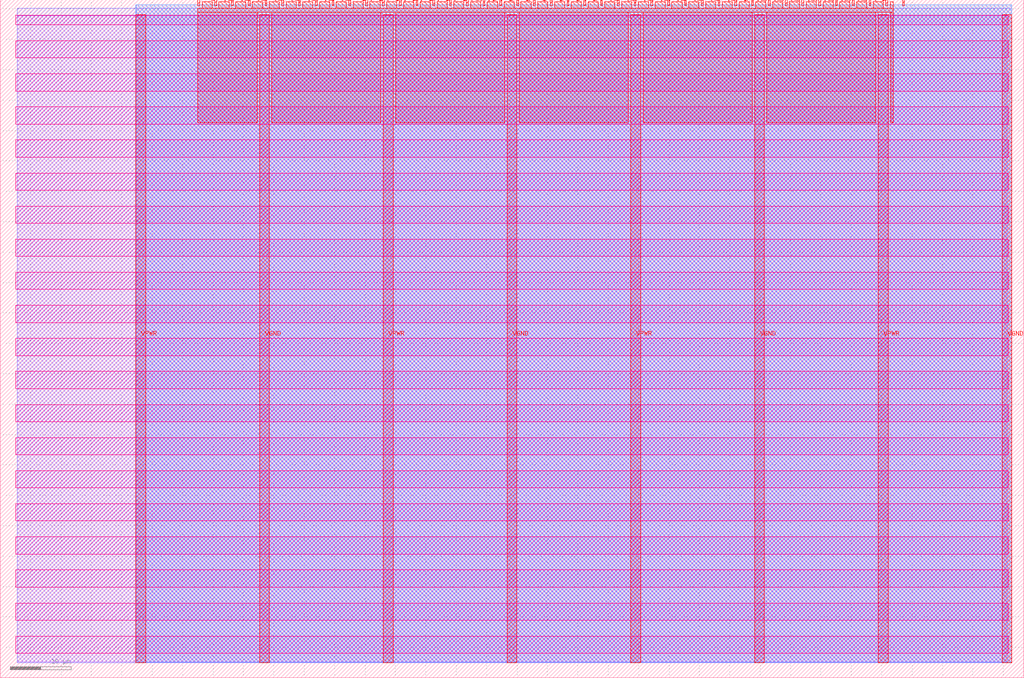
<source format=lef>
VERSION 5.7 ;
  NOWIREEXTENSIONATPIN ON ;
  DIVIDERCHAR "/" ;
  BUSBITCHARS "[]" ;
MACRO tt_um_jeffdi_seven_segment_seconds
  CLASS BLOCK ;
  FOREIGN tt_um_jeffdi_seven_segment_seconds ;
  ORIGIN 0.000 0.000 ;
  SIZE 168.360 BY 111.520 ;
  PIN VGND
    DIRECTION INOUT ;
    USE GROUND ;
    PORT
      LAYER met4 ;
        RECT 42.670 2.480 44.270 109.040 ;
    END
    PORT
      LAYER met4 ;
        RECT 83.380 2.480 84.980 109.040 ;
    END
    PORT
      LAYER met4 ;
        RECT 124.090 2.480 125.690 109.040 ;
    END
    PORT
      LAYER met4 ;
        RECT 164.800 2.480 166.400 109.040 ;
    END
  END VGND
  PIN VPWR
    DIRECTION INOUT ;
    USE POWER ;
    PORT
      LAYER met4 ;
        RECT 22.315 2.480 23.915 109.040 ;
    END
    PORT
      LAYER met4 ;
        RECT 63.025 2.480 64.625 109.040 ;
    END
    PORT
      LAYER met4 ;
        RECT 103.735 2.480 105.335 109.040 ;
    END
    PORT
      LAYER met4 ;
        RECT 144.445 2.480 146.045 109.040 ;
    END
  END VPWR
  PIN clk
    DIRECTION INPUT ;
    USE SIGNAL ;
    ANTENNAGATEAREA 0.852000 ;
    PORT
      LAYER met4 ;
        RECT 145.670 110.520 145.970 111.520 ;
    END
  END clk
  PIN ena
    DIRECTION INPUT ;
    USE SIGNAL ;
    PORT
      LAYER met4 ;
        RECT 148.430 110.520 148.730 111.520 ;
    END
  END ena
  PIN rst_n
    DIRECTION INPUT ;
    USE SIGNAL ;
    ANTENNAGATEAREA 0.213000 ;
    PORT
      LAYER met4 ;
        RECT 142.910 110.520 143.210 111.520 ;
    END
  END rst_n
  PIN ui_in[0]
    DIRECTION INPUT ;
    USE SIGNAL ;
    ANTENNAGATEAREA 0.196500 ;
    PORT
      LAYER met4 ;
        RECT 140.150 110.520 140.450 111.520 ;
    END
  END ui_in[0]
  PIN ui_in[1]
    DIRECTION INPUT ;
    USE SIGNAL ;
    ANTENNAGATEAREA 0.196500 ;
    PORT
      LAYER met4 ;
        RECT 137.390 110.520 137.690 111.520 ;
    END
  END ui_in[1]
  PIN ui_in[2]
    DIRECTION INPUT ;
    USE SIGNAL ;
    ANTENNAGATEAREA 0.196500 ;
    PORT
      LAYER met4 ;
        RECT 134.630 110.520 134.930 111.520 ;
    END
  END ui_in[2]
  PIN ui_in[3]
    DIRECTION INPUT ;
    USE SIGNAL ;
    ANTENNAGATEAREA 0.196500 ;
    PORT
      LAYER met4 ;
        RECT 131.870 110.520 132.170 111.520 ;
    END
  END ui_in[3]
  PIN ui_in[4]
    DIRECTION INPUT ;
    USE SIGNAL ;
    ANTENNAGATEAREA 0.196500 ;
    PORT
      LAYER met4 ;
        RECT 129.110 110.520 129.410 111.520 ;
    END
  END ui_in[4]
  PIN ui_in[5]
    DIRECTION INPUT ;
    USE SIGNAL ;
    ANTENNAGATEAREA 0.196500 ;
    PORT
      LAYER met4 ;
        RECT 126.350 110.520 126.650 111.520 ;
    END
  END ui_in[5]
  PIN ui_in[6]
    DIRECTION INPUT ;
    USE SIGNAL ;
    ANTENNAGATEAREA 0.196500 ;
    PORT
      LAYER met4 ;
        RECT 123.590 110.520 123.890 111.520 ;
    END
  END ui_in[6]
  PIN ui_in[7]
    DIRECTION INPUT ;
    USE SIGNAL ;
    ANTENNAGATEAREA 0.196500 ;
    PORT
      LAYER met4 ;
        RECT 120.830 110.520 121.130 111.520 ;
    END
  END ui_in[7]
  PIN uio_in[0]
    DIRECTION INPUT ;
    USE SIGNAL ;
    PORT
      LAYER met4 ;
        RECT 118.070 110.520 118.370 111.520 ;
    END
  END uio_in[0]
  PIN uio_in[1]
    DIRECTION INPUT ;
    USE SIGNAL ;
    PORT
      LAYER met4 ;
        RECT 115.310 110.520 115.610 111.520 ;
    END
  END uio_in[1]
  PIN uio_in[2]
    DIRECTION INPUT ;
    USE SIGNAL ;
    PORT
      LAYER met4 ;
        RECT 112.550 110.520 112.850 111.520 ;
    END
  END uio_in[2]
  PIN uio_in[3]
    DIRECTION INPUT ;
    USE SIGNAL ;
    PORT
      LAYER met4 ;
        RECT 109.790 110.520 110.090 111.520 ;
    END
  END uio_in[3]
  PIN uio_in[4]
    DIRECTION INPUT ;
    USE SIGNAL ;
    PORT
      LAYER met4 ;
        RECT 107.030 110.520 107.330 111.520 ;
    END
  END uio_in[4]
  PIN uio_in[5]
    DIRECTION INPUT ;
    USE SIGNAL ;
    PORT
      LAYER met4 ;
        RECT 104.270 110.520 104.570 111.520 ;
    END
  END uio_in[5]
  PIN uio_in[6]
    DIRECTION INPUT ;
    USE SIGNAL ;
    PORT
      LAYER met4 ;
        RECT 101.510 110.520 101.810 111.520 ;
    END
  END uio_in[6]
  PIN uio_in[7]
    DIRECTION INPUT ;
    USE SIGNAL ;
    PORT
      LAYER met4 ;
        RECT 98.750 110.520 99.050 111.520 ;
    END
  END uio_in[7]
  PIN uio_oe[0]
    DIRECTION OUTPUT TRISTATE ;
    USE SIGNAL ;
    PORT
      LAYER met4 ;
        RECT 51.830 110.520 52.130 111.520 ;
    END
  END uio_oe[0]
  PIN uio_oe[1]
    DIRECTION OUTPUT TRISTATE ;
    USE SIGNAL ;
    PORT
      LAYER met4 ;
        RECT 49.070 110.520 49.370 111.520 ;
    END
  END uio_oe[1]
  PIN uio_oe[2]
    DIRECTION OUTPUT TRISTATE ;
    USE SIGNAL ;
    PORT
      LAYER met4 ;
        RECT 46.310 110.520 46.610 111.520 ;
    END
  END uio_oe[2]
  PIN uio_oe[3]
    DIRECTION OUTPUT TRISTATE ;
    USE SIGNAL ;
    PORT
      LAYER met4 ;
        RECT 43.550 110.520 43.850 111.520 ;
    END
  END uio_oe[3]
  PIN uio_oe[4]
    DIRECTION OUTPUT TRISTATE ;
    USE SIGNAL ;
    PORT
      LAYER met4 ;
        RECT 40.790 110.520 41.090 111.520 ;
    END
  END uio_oe[4]
  PIN uio_oe[5]
    DIRECTION OUTPUT TRISTATE ;
    USE SIGNAL ;
    PORT
      LAYER met4 ;
        RECT 38.030 110.520 38.330 111.520 ;
    END
  END uio_oe[5]
  PIN uio_oe[6]
    DIRECTION OUTPUT TRISTATE ;
    USE SIGNAL ;
    PORT
      LAYER met4 ;
        RECT 35.270 110.520 35.570 111.520 ;
    END
  END uio_oe[6]
  PIN uio_oe[7]
    DIRECTION OUTPUT TRISTATE ;
    USE SIGNAL ;
    PORT
      LAYER met4 ;
        RECT 32.510 110.520 32.810 111.520 ;
    END
  END uio_oe[7]
  PIN uio_out[0]
    DIRECTION OUTPUT TRISTATE ;
    USE SIGNAL ;
    ANTENNADIFFAREA 0.445500 ;
    PORT
      LAYER met4 ;
        RECT 73.910 110.520 74.210 111.520 ;
    END
  END uio_out[0]
  PIN uio_out[1]
    DIRECTION OUTPUT TRISTATE ;
    USE SIGNAL ;
    ANTENNADIFFAREA 0.445500 ;
    PORT
      LAYER met4 ;
        RECT 71.150 110.520 71.450 111.520 ;
    END
  END uio_out[1]
  PIN uio_out[2]
    DIRECTION OUTPUT TRISTATE ;
    USE SIGNAL ;
    ANTENNADIFFAREA 0.445500 ;
    PORT
      LAYER met4 ;
        RECT 68.390 110.520 68.690 111.520 ;
    END
  END uio_out[2]
  PIN uio_out[3]
    DIRECTION OUTPUT TRISTATE ;
    USE SIGNAL ;
    ANTENNADIFFAREA 0.445500 ;
    PORT
      LAYER met4 ;
        RECT 65.630 110.520 65.930 111.520 ;
    END
  END uio_out[3]
  PIN uio_out[4]
    DIRECTION OUTPUT TRISTATE ;
    USE SIGNAL ;
    ANTENNADIFFAREA 0.795200 ;
    PORT
      LAYER met4 ;
        RECT 62.870 110.520 63.170 111.520 ;
    END
  END uio_out[4]
  PIN uio_out[5]
    DIRECTION OUTPUT TRISTATE ;
    USE SIGNAL ;
    ANTENNADIFFAREA 0.445500 ;
    PORT
      LAYER met4 ;
        RECT 60.110 110.520 60.410 111.520 ;
    END
  END uio_out[5]
  PIN uio_out[6]
    DIRECTION OUTPUT TRISTATE ;
    USE SIGNAL ;
    ANTENNADIFFAREA 0.795200 ;
    PORT
      LAYER met4 ;
        RECT 57.350 110.520 57.650 111.520 ;
    END
  END uio_out[6]
  PIN uio_out[7]
    DIRECTION OUTPUT TRISTATE ;
    USE SIGNAL ;
    ANTENNADIFFAREA 0.795200 ;
    PORT
      LAYER met4 ;
        RECT 54.590 110.520 54.890 111.520 ;
    END
  END uio_out[7]
  PIN uo_out[0]
    DIRECTION OUTPUT TRISTATE ;
    USE SIGNAL ;
    ANTENNADIFFAREA 0.891000 ;
    PORT
      LAYER met4 ;
        RECT 95.990 110.520 96.290 111.520 ;
    END
  END uo_out[0]
  PIN uo_out[1]
    DIRECTION OUTPUT TRISTATE ;
    USE SIGNAL ;
    ANTENNADIFFAREA 0.445500 ;
    PORT
      LAYER met4 ;
        RECT 93.230 110.520 93.530 111.520 ;
    END
  END uo_out[1]
  PIN uo_out[2]
    DIRECTION OUTPUT TRISTATE ;
    USE SIGNAL ;
    ANTENNADIFFAREA 0.445500 ;
    PORT
      LAYER met4 ;
        RECT 90.470 110.520 90.770 111.520 ;
    END
  END uo_out[2]
  PIN uo_out[3]
    DIRECTION OUTPUT TRISTATE ;
    USE SIGNAL ;
    ANTENNADIFFAREA 0.891000 ;
    PORT
      LAYER met4 ;
        RECT 87.710 110.520 88.010 111.520 ;
    END
  END uo_out[3]
  PIN uo_out[4]
    DIRECTION OUTPUT TRISTATE ;
    USE SIGNAL ;
    ANTENNADIFFAREA 0.445500 ;
    PORT
      LAYER met4 ;
        RECT 84.950 110.520 85.250 111.520 ;
    END
  END uo_out[4]
  PIN uo_out[5]
    DIRECTION OUTPUT TRISTATE ;
    USE SIGNAL ;
    ANTENNADIFFAREA 0.445500 ;
    PORT
      LAYER met4 ;
        RECT 82.190 110.520 82.490 111.520 ;
    END
  END uo_out[5]
  PIN uo_out[6]
    DIRECTION OUTPUT TRISTATE ;
    USE SIGNAL ;
    ANTENNADIFFAREA 0.445500 ;
    PORT
      LAYER met4 ;
        RECT 79.430 110.520 79.730 111.520 ;
    END
  END uo_out[6]
  PIN uo_out[7]
    DIRECTION OUTPUT TRISTATE ;
    USE SIGNAL ;
    PORT
      LAYER met4 ;
        RECT 76.670 110.520 76.970 111.520 ;
    END
  END uo_out[7]
  OBS
      LAYER nwell ;
        RECT 2.570 107.385 165.790 108.990 ;
        RECT 2.570 101.945 165.790 104.775 ;
        RECT 2.570 96.505 165.790 99.335 ;
        RECT 2.570 91.065 165.790 93.895 ;
        RECT 2.570 85.625 165.790 88.455 ;
        RECT 2.570 80.185 165.790 83.015 ;
        RECT 2.570 74.745 165.790 77.575 ;
        RECT 2.570 69.305 165.790 72.135 ;
        RECT 2.570 63.865 165.790 66.695 ;
        RECT 2.570 58.425 165.790 61.255 ;
        RECT 2.570 52.985 165.790 55.815 ;
        RECT 2.570 47.545 165.790 50.375 ;
        RECT 2.570 42.105 165.790 44.935 ;
        RECT 2.570 36.665 165.790 39.495 ;
        RECT 2.570 31.225 165.790 34.055 ;
        RECT 2.570 25.785 165.790 28.615 ;
        RECT 2.570 20.345 165.790 23.175 ;
        RECT 2.570 14.905 165.790 17.735 ;
        RECT 2.570 9.465 165.790 12.295 ;
        RECT 2.570 4.025 165.790 6.855 ;
      LAYER li1 ;
        RECT 2.760 2.635 165.600 108.885 ;
      LAYER met1 ;
        RECT 2.760 2.480 166.400 110.120 ;
      LAYER met2 ;
        RECT 22.345 2.535 166.370 110.685 ;
      LAYER met3 ;
        RECT 22.325 2.555 166.390 110.665 ;
      LAYER met4 ;
        RECT 33.210 110.120 34.870 111.170 ;
        RECT 35.970 110.120 37.630 111.170 ;
        RECT 38.730 110.120 40.390 111.170 ;
        RECT 41.490 110.120 43.150 111.170 ;
        RECT 44.250 110.120 45.910 111.170 ;
        RECT 47.010 110.120 48.670 111.170 ;
        RECT 49.770 110.120 51.430 111.170 ;
        RECT 52.530 110.120 54.190 111.170 ;
        RECT 55.290 110.120 56.950 111.170 ;
        RECT 58.050 110.120 59.710 111.170 ;
        RECT 60.810 110.120 62.470 111.170 ;
        RECT 63.570 110.120 65.230 111.170 ;
        RECT 66.330 110.120 67.990 111.170 ;
        RECT 69.090 110.120 70.750 111.170 ;
        RECT 71.850 110.120 73.510 111.170 ;
        RECT 74.610 110.120 76.270 111.170 ;
        RECT 77.370 110.120 79.030 111.170 ;
        RECT 80.130 110.120 81.790 111.170 ;
        RECT 82.890 110.120 84.550 111.170 ;
        RECT 85.650 110.120 87.310 111.170 ;
        RECT 88.410 110.120 90.070 111.170 ;
        RECT 91.170 110.120 92.830 111.170 ;
        RECT 93.930 110.120 95.590 111.170 ;
        RECT 96.690 110.120 98.350 111.170 ;
        RECT 99.450 110.120 101.110 111.170 ;
        RECT 102.210 110.120 103.870 111.170 ;
        RECT 104.970 110.120 106.630 111.170 ;
        RECT 107.730 110.120 109.390 111.170 ;
        RECT 110.490 110.120 112.150 111.170 ;
        RECT 113.250 110.120 114.910 111.170 ;
        RECT 116.010 110.120 117.670 111.170 ;
        RECT 118.770 110.120 120.430 111.170 ;
        RECT 121.530 110.120 123.190 111.170 ;
        RECT 124.290 110.120 125.950 111.170 ;
        RECT 127.050 110.120 128.710 111.170 ;
        RECT 129.810 110.120 131.470 111.170 ;
        RECT 132.570 110.120 134.230 111.170 ;
        RECT 135.330 110.120 136.990 111.170 ;
        RECT 138.090 110.120 139.750 111.170 ;
        RECT 140.850 110.120 142.510 111.170 ;
        RECT 143.610 110.120 145.270 111.170 ;
        RECT 146.370 110.120 146.905 111.170 ;
        RECT 32.495 109.440 146.905 110.120 ;
        RECT 32.495 91.295 42.270 109.440 ;
        RECT 44.670 91.295 62.625 109.440 ;
        RECT 65.025 91.295 82.980 109.440 ;
        RECT 85.380 91.295 103.335 109.440 ;
        RECT 105.735 91.295 123.690 109.440 ;
        RECT 126.090 91.295 144.045 109.440 ;
        RECT 146.445 91.295 146.905 109.440 ;
  END
END tt_um_jeffdi_seven_segment_seconds
END LIBRARY


</source>
